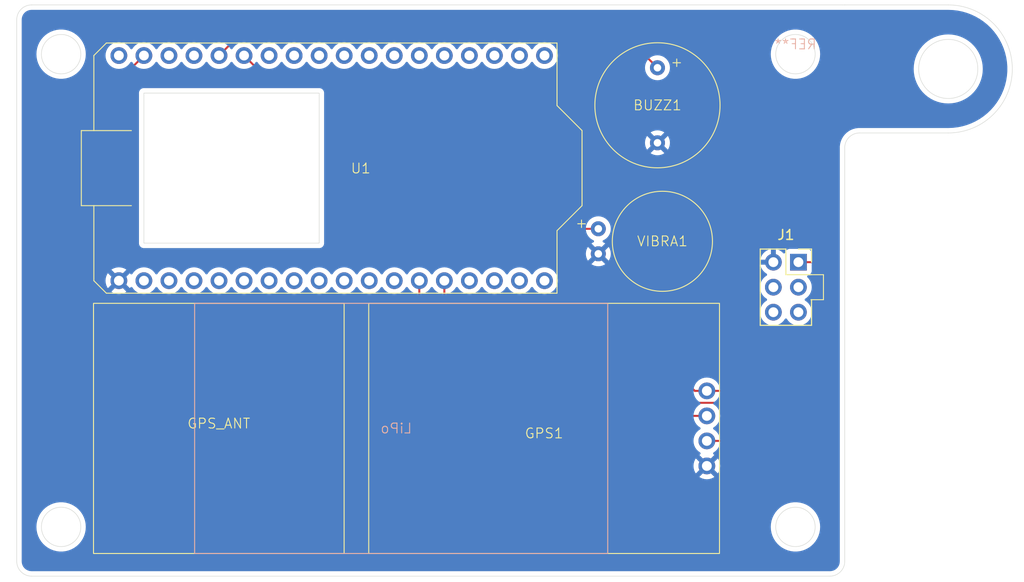
<source format=kicad_pcb>
(kicad_pcb (version 20240108) (generator "pcbnew") (generator_version "8.0")
  (layers (0 "F.Cu" signal) (31 "B.Cu" signal) (34 "B.Paste" user) (35 "F.Paste" user) (36 "B.SilkS" user "B.Silkscreen") (37 "F.SilkS" user "F.Silkscreen") (38 "B.Mask" user) (39 "F.Mask" user) (44 "Edge.Cuts" user))
  (net 0 "")
  (net 1 "GND")
  (net 2 "Net-(BUZZ1-POS)")
  (net 3 "3V3")
  (net 4 "Net-(GPS1-RX)")
  (net 5 "Net-(GPS1-TX)")
  (net 36 "Net-(U1-GPIO45)")
  (footprint "DC33_Cnet_Badge_Main:DC33_Cnet_Badge_Vibra" (layer "F.Cu") (at 179 75.5)
    (property "Reference" "VIBRA1" (at 0 0 0) (layer "F.SilkS") (effects (font (thickness 0.1))))
    (property "Value" "~" (hide yes))
    (fp_circle (center 0 0) (end 5.08 0) (stroke (width 0.1)) (fill none) (layer "F.SilkS"))
    (fp_text user "+" (at -8.89 -1.27 0) (layer "F.SilkS") (effects (font (thickness 0.1)) (justify left bottom)))
    (pad "1" thru_hole circle (at -6.5 -1.27) (size 1.524 1.524) (drill 0.762) (layers "*.Cu" "*.Mask") (net 36 "Net-(U1-GPIO45)"))
    (pad "2" thru_hole circle (at -6.5 1.27) (size 1.524 1.524) (drill 0.762) (layers "*.Cu" "*.Mask") (net 1 "GND"))
  )
  (footprint "DC33_Cnet_Badge_Main:DC33_Cnet_Badge_SAO_Socket" (layer "F.Cu") (at 192.8 77.62)
    (property "Reference" "J1" (at -1.27 -2.77 0) (layer "F.SilkS"))
    (property "Value" "DC33_Cnet_Badge_SAO_Socket" (hide yes))
    (fp_line (start -3.87 -1.33) (end -3.87 6.41) (stroke (width 0.12)) (layer "F.SilkS"))
    (fp_line (start -3.87 -1.33) (end -1.27 -1.33) (stroke (width 0.12)) (layer "F.SilkS"))
    (fp_line (start -3.87 6.41) (end 1.33 6.41) (stroke (width 0.12)) (layer "F.SilkS"))
    (fp_line (start -1.27 -1.33) (end -1.27 1.27) (stroke (width 0.12)) (layer "F.SilkS"))
    (fp_line (start -1.27 1.27) (end 1.33 1.27) (stroke (width 0.12)) (layer "F.SilkS"))
    (fp_line (start 0 -1.33) (end 1.33 -1.33) (stroke (width 0.12)) (layer "F.SilkS"))
    (fp_line (start 1.33 -1.33) (end 1.33 0) (stroke (width 0.12)) (layer "F.SilkS"))
    (fp_line (start 1.33 1.27) (end 2.54 1.27) (stroke (width 0.1)) (layer "F.SilkS"))
    (fp_line (start 1.33 3.81) (end 1.33 6.41) (stroke (width 0.12)) (layer "F.SilkS"))
    (fp_line (start 2.54 1.27) (end 2.54 3.81) (stroke (width 0.1)) (layer "F.SilkS"))
    (fp_line (start 2.54 3.81) (end 1.27 3.81) (stroke (width 0.1)) (layer "F.SilkS"))
    (pad "1" thru_hole rect (at 0 0) (size 1.7 1.7) (drill 1) (layers "*.Cu" "*.Mask") (net 3 "3V3"))
    (pad "2" thru_hole oval (at -2.54 0) (size 1.7 1.7) (drill 1) (layers "*.Cu" "*.Mask") (net 1 "GND"))
    (pad "3" thru_hole oval (at 0 2.54) (size 1.7 1.7) (drill 1) (layers "*.Cu" "*.Mask"))
    (pad "4" thru_hole oval (at -2.54 2.54) (size 1.7 1.7) (drill 1) (layers "*.Cu" "*.Mask"))
    (pad "5" thru_hole oval (at 0 5.08) (size 1.7 1.7) (drill 1) (layers "*.Cu" "*.Mask"))
    (pad "6" thru_hole oval (at -2.54 5.08) (size 1.7 1.7) (drill 1) (layers "*.Cu" "*.Mask"))
  )
  (footprint "DC33_Cnet_Badge_Main:DC33_Cnet_Badge_Buzzer" (layer "F.Cu") (at 178.5 61.69)
    (property "Reference" "BUZZ1" (at 0 0 0) (layer "F.SilkS") (effects (font (thickness 0.1))))
    (property "Value" "~" (hide yes))
    (fp_circle (center 0 0) (end 6.35 0) (stroke (width 0.1)) (fill none) (layer "F.SilkS"))
    (fp_text user "+" (at 1.27 -3.81 0) (layer "F.SilkS") (effects (font (thickness 0.1)) (justify left bottom)))
    (pad "1" thru_hole circle (at 0 -3.81) (size 1.524 1.524) (drill 0.762) (layers "*.Cu" "*.Mask") (net 2 "Net-(BUZZ1-POS)"))
    (pad "2" thru_hole circle (at 0 3.81) (size 1.524 1.524) (drill 0.762) (layers "*.Cu" "*.Mask") (net 1 "GND"))
  )
  (footprint "DC33_Cnet_Badge_Main:DC33_Cnet_Badge_HiLetgo_GPS_Ant" (layer "F.Cu") (at 134 94.5)
    (property "Reference" "GPS_ANT" (at 0 -0.5 0) (layer "F.SilkS") (effects (font (thickness 0.1))))
    (property "Value" "DC33_Cnet_Badge_HiLetgo_GPS_Ant" (hide yes))
    (fp_rect (start -12.7127 -12.7) (end 12.7127 12.7) (stroke (width 0.1)) (fill none) (layer "F.SilkS"))
  )
  (footprint "DC33_Cnet_Badge_Main:DC33_Cnet_Badge_Heltec_V3_LoRa" (layer "F.Cu") (at 144.18 68.07 -90)
    (property "Reference" "U1" (at 0.03 -4.22 0) (layer "F.SilkS") (effects (font (thickness 0.1))))
    (property "Value" "~" (hide yes))
    (fp_line (start -3.81 24.13) (end -3.81 19.05) (stroke (width 0.1)) (layer "F.SilkS"))
    (fp_line (start 3.81 24.13) (end -3.81 24.13) (stroke (width 0.1)) (layer "F.SilkS"))
    (fp_line (start -11.43 22.86) (end -3.81 22.86) (stroke (width 0.1)) (layer "F.SilkS"))
    (fp_line (start 11.43 22.86) (end 3.81 22.86) (stroke (width 0.1)) (layer "F.SilkS"))
    (fp_line (start -12.7 21.59) (end -11.43 22.86) (stroke (width 0.1)) (layer "F.SilkS"))
    (fp_line (start 12.7 21.59) (end 11.43 22.86) (stroke (width 0.1)) (layer "F.SilkS"))
    (fp_line (start 3.81 19.05) (end 3.81 24.13) (stroke (width 0.1)) (layer "F.SilkS"))
    (fp_line (start -12.7 -24.13) (end -12.7 21.59) (stroke (width 0.1)) (layer "F.SilkS"))
    (fp_line (start -6.35 -24.13) (end -12.7 -24.13) (stroke (width 0.1)) (layer "F.SilkS"))
    (fp_line (start -6.35 -24.13) (end -3.81 -26.67) (stroke (width 0.1)) (layer "F.SilkS"))
    (fp_line (start 6.35 -24.13) (end 12.7 -24.13) (stroke (width 0.1)) (layer "F.SilkS"))
    (fp_line (start 12.7 -24.13) (end 12.7 21.59) (stroke (width 0.1)) (layer "F.SilkS"))
    (fp_line (start -3.81 -26.67) (end 3.81 -26.67) (stroke (width 0.1)) (layer "F.SilkS"))
    (fp_line (start 3.81 -26.67) (end 6.35 -24.13) (stroke (width 0.1)) (layer "F.SilkS"))
    (fp_rect (start -7.62 0) (end 7.62 17.78) (stroke (width 0.05)) (fill none) (layer "Edge.Cuts"))
    (pad "1" thru_hole circle (at 11.43 20.32 270) (size 1.7 1.7) (drill 1) (layers "*.Cu" "*.Mask") (net 1 "GND"))
    (pad "2" thru_hole circle (at 11.43 17.78 270) (size 1.7 1.7) (drill 1) (layers "*.Cu" "*.Mask"))
    (pad "3" thru_hole circle (at 11.43 15.24 270) (size 1.7 1.7) (drill 1) (layers "*.Cu" "*.Mask"))
    (pad "4" thru_hole circle (at 11.43 12.7 270) (size 1.7 1.7) (drill 1) (layers "*.Cu" "*.Mask"))
    (pad "5" thru_hole circle (at 11.43 10.16 270) (size 1.7 1.7) (drill 1) (layers "*.Cu" "*.Mask"))
    (pad "6" thru_hole circle (at 11.43 7.62 270) (size 1.7 1.7) (drill 1) (layers "*.Cu" "*.Mask"))
    (pad "7" thru_hole circle (at 11.43 5.08 270) (size 1.7 1.7) (drill 1) (layers "*.Cu" "*.Mask"))
    (pad "8" thru_hole circle (at 11.43 2.54 270) (size 1.7 1.7) (drill 1) (layers "*.Cu" "*.Mask"))
    (pad "9" thru_hole circle (at 11.43 0 270) (size 1.7 1.7) (drill 1) (layers "*.Cu" "*.Mask"))
    (pad "10" thru_hole circle (at 11.43 -2.54 270) (size 1.7 1.7) (drill 1) (layers "*.Cu" "*.Mask"))
    (pad "11" thru_hole circle (at 11.43 -5.08 270) (size 1.7 1.7) (drill 1) (layers "*.Cu" "*.Mask"))
    (pad "12" thru_hole circle (at 11.43 -7.62 270) (size 1.7 1.7) (drill 1) (layers "*.Cu" "*.Mask"))
    (pad "13" thru_hole circle (at 11.43 -10.16 270) (size 1.7 1.7) (drill 1) (layers "*.Cu" "*.Mask") (net 4 "Net-(GPS1-RX)"))
    (pad "14" thru_hole circle (at 11.43 -12.7 270) (size 1.7 1.7) (drill 1) (layers "*.Cu" "*.Mask") (net 5 "Net-(GPS1-TX)"))
    (pad "15" thru_hole circle (at 11.43 -15.24 270) (size 1.7 1.7) (drill 1) (layers "*.Cu" "*.Mask"))
    (pad "16" thru_hole circle (at 11.43 -17.78 270) (size 1.7 1.7) (drill 1) (layers "*.Cu" "*.Mask"))
    (pad "17" thru_hole circle (at 11.43 -20.32 270) (size 1.7 1.7) (drill 1) (layers "*.Cu" "*.Mask"))
    (pad "18" thru_hole circle (at 11.43 -22.86 270) (size 1.7 1.7) (drill 1) (layers "*.Cu" "*.Mask"))
    (pad "19" thru_hole circle (at -11.43 -22.86 270) (size 1.7 1.7) (drill 1) (layers "*.Cu" "*.Mask"))
    (pad "20" thru_hole circle (at -11.43 -20.32 270) (size 1.7 1.7) (drill 1) (layers "*.Cu" "*.Mask"))
    (pad "21" thru_hole circle (at -11.43 -17.78 270) (size 1.7 1.7) (drill 1) (layers "*.Cu" "*.Mask"))
    (pad "22" thru_hole circle (at -11.43 -15.24 270) (size 1.7 1.7) (drill 1) (layers "*.Cu" "*.Mask"))
    (pad "23" thru_hole circle (at -11.43 -12.7 270) (size 1.7 1.7) (drill 1) (layers "*.Cu" "*.Mask"))
    (pad "24" thru_hole circle (at -11.43 -10.16 270) (size 1.7 1.7) (drill 1) (layers "*.Cu" "*.Mask"))
    (pad "25" thru_hole circle (at -11.43 -7.62 270) (size 1.7 1.7) (drill 1) (layers "*.Cu" "*.Mask"))
    (pad "26" thru_hole circle (at -11.43 -5.08 270) (size 1.7 1.7) (drill 1) (layers "*.Cu" "*.Mask"))
    (pad "27" thru_hole circle (at -11.43 -2.54 270) (size 1.7 1.7) (drill 1) (layers "*.Cu" "*.Mask"))
    (pad "28" thru_hole circle (at -11.43 0 270) (size 1.7 1.7) (drill 1) (layers "*.Cu" "*.Mask"))
    (pad "29" thru_hole circle (at -11.43 2.54 270) (size 1.7 1.7) (drill 1) (layers "*.Cu" "*.Mask"))
    (pad "30" thru_hole circle (at -11.43 5.08 270) (size 1.7 1.7) (drill 1) (layers "*.Cu" "*.Mask"))
    (pad "31" thru_hole circle (at -11.43 7.62 270) (size 1.7 1.7) (drill 1) (layers "*.Cu" "*.Mask") (net 36 "Net-(U1-GPIO45)"))
    (pad "32" thru_hole circle (at -11.43 10.16 270) (size 1.7 1.7) (drill 1) (layers "*.Cu" "*.Mask") (net 2 "Net-(BUZZ1-POS)"))
    (pad "33" thru_hole circle (at -11.43 12.7 270) (size 1.7 1.7) (drill 1) (layers "*.Cu" "*.Mask"))
    (pad "34" thru_hole circle (at -11.43 15.24 270) (size 1.7 1.7) (drill 1) (layers "*.Cu" "*.Mask"))
    (pad "35" thru_hole circle (at -11.43 17.78 270) (size 1.7 1.7) (drill 1) (layers "*.Cu" "*.Mask") (net 3 "3V3"))
    (pad "36" thru_hole circle (at -11.43 20.32 270) (size 1.7 1.7) (drill 1) (layers "*.Cu" "*.Mask"))
  )
  (footprint "DC33_Cnet_Badge_Main:DC33_Cnet_Badge_HiLetgo_GPS" (layer "F.Cu") (at 167 94.5 180)
    (property "Reference" "GPS1" (at 0 -0.5 0) (layer "F.SilkS") (effects (font (thickness 0.1))))
    (property "Value" "~" (hide yes))
    (fp_rect (start -17.7927 -12.7) (end 17.7927 12.7) (stroke (width 0.1)) (fill none) (layer "F.SilkS"))
    (pad "1" thru_hole circle (at -16.51 3.81 270) (size 1.7 1.7) (drill 1) (layers "*.Cu" "*.Mask") (net 3 "3V3"))
    (pad "2" thru_hole circle (at -16.51 1.27 270) (size 1.7 1.7) (drill 1) (layers "*.Cu" "*.Mask") (net 4 "Net-(GPS1-RX)"))
    (pad "3" thru_hole circle (at -16.51 -1.27 270) (size 1.7 1.7) (drill 1) (layers "*.Cu" "*.Mask") (net 5 "Net-(GPS1-TX)"))
    (pad "4" thru_hole circle (at -16.51 -3.81 270) (size 1.7 1.7) (drill 1) (layers "*.Cu" "*.Mask") (net 1 "GND"))
  )
  (footprint "DC33_Cnet_Badge_Main:DC33_Cnet_Badge_LiPo" (layer "B.Cu") (at 152.5 94.5 -90)
    (property "Reference" "LiPo" (at 0 0.5 0) (layer "B.SilkS") (effects (font (thickness 0.1)) (justify mirror)))
    (property "Value" "DC33_Cnet_Badge_LiPo" (hide yes))
    (fp_rect (start 12.7 -20.955) (end -12.7 20.955) (stroke (width 0.1)) (fill none) (layer "B.SilkS"))
  )
  (footprint "DC33_Cnet_Badge_Main:DC33_Cnet_Badge_LoRa_Antenna" (layer "B.Cu") (at 192.5 56 180)
    (property "Reference" "REF**" (at 0 0.5 0) (layer "B.SilkS") (effects (font (thickness 0.1)) (justify mirror)))
    (property "Value" "DC33_Cnet_Badge_LoRa_Antenna")
  )
  (gr_arc (start 197.5 108) (mid 197.06066 109.06066) (end 196 109.5) (stroke (width 0.05)) (layer "Edge.Cuts"))
  (gr_arc (start 197.5 66) (mid 197.93934 64.93934) (end 199 64.5) (stroke (width 0.05)) (layer "Edge.Cuts"))
  (gr_circle (center 192.5 104.5) (end 194.5 104.5) (stroke (width 0.05)) (fill none) (layer "Edge.Cuts"))
  (gr_line (start 197.5 51.5) (end 208 51.5) (stroke (width 0.05)) (layer "Edge.Cuts"))
  (gr_arc (start 208 51.5) (mid 214.5 58) (end 208 64.5) (stroke (width 0.05)) (layer "Edge.Cuts"))
  (gr_line (start 196 109.5) (end 115 109.5) (stroke (width 0.05)) (layer "Edge.Cuts"))
  (gr_arc (start 113.5 53) (mid 113.93934 51.93934) (end 115 51.5) (stroke (width 0.05)) (layer "Edge.Cuts"))
  (gr_circle (center 118 56.5) (end 120 56.5) (stroke (width 0.05)) (fill none) (layer "Edge.Cuts"))
  (gr_circle (center 118 104.5) (end 120 104.5) (stroke (width 0.05)) (fill none) (layer "Edge.Cuts"))
  (gr_line (start 113.5 108) (end 113.5 53) (stroke (width 0.05)) (layer "Edge.Cuts"))
  (gr_circle (center 208 58) (end 211 58) (stroke (width 0.05)) (fill none) (layer "Edge.Cuts"))
  (gr_line (start 115 51.5) (end 197.5 51.5) (stroke (width 0.05)) (layer "Edge.Cuts"))
  (gr_circle (center 192.5 56.5) (end 194.5 56.5) (stroke (width 0.05)) (fill none) (layer "Edge.Cuts"))
  (gr_arc (start 115 109.5) (mid 113.93934 109.06066) (end 113.5 108) (stroke (width 0.05)) (layer "Edge.Cuts"))
  (gr_line (start 197.5 66) (end 197.5 108) (stroke (width 0.05)) (layer "Edge.Cuts"))
  (gr_line (start 199 64.5) (end 208 64.5) (stroke (width 0.05)) (layer "Edge.Cuts"))
  (segment (start 174.82 54.2) (end 136.46 54.2) (width 0.2) (layer "F.Cu") (net 2))
  (segment (start 136.46 54.2) (end 134.02 56.64) (width 0.2) (layer "F.Cu") (net 2))
  (segment (start 178.5 57.88) (end 174.82 54.2) (width 0.2) (layer "F.Cu") (net 2))
  (segment (start 124.5 58.54) (end 124.5 76.8) (width 0.2) (layer "F.Cu") (net 3))
  (segment (start 182.29 90.69) (end 183.51 90.69) (width 0.2) (layer "F.Cu") (net 3))
  (segment (start 196.2 87.7) (end 196.2 78.2) (width 0.2) (layer "F.Cu") (net 3))
  (segment (start 170.3 78.5) (end 170.3 78.7) (width 0.2) (layer "F.Cu") (net 3))
  (segment (start 196.2 78.2) (end 195.6 77.6) (width 0.2) (layer "F.Cu") (net 3))
  (segment (start 195.6 77.6) (end 195.58 77.62) (width 0.2) (layer "F.Cu") (net 3))
  (segment (start 193.21 90.69) (end 196.2 87.7) (width 0.2) (layer "F.Cu") (net 3))
  (segment (start 126.4 56.64) (end 124.5 58.54) (width 0.2) (layer "F.Cu") (net 3))
  (segment (start 124.5 76.8) (end 125.2 77.5) (width 0.2) (layer "F.Cu") (net 3))
  (segment (start 183.51 90.69) (end 193.21 90.69) (width 0.2) (layer "F.Cu") (net 3))
  (segment (start 169.3 77.5) (end 170.3 78.5) (width 0.2) (layer "F.Cu") (net 3))
  (segment (start 170.3 78.7) (end 182.29 90.69) (width 0.2) (layer "F.Cu") (net 3))
  (segment (start 125.2 77.5) (end 169.3 77.5) (width 0.2) (layer "F.Cu") (net 3))
  (segment (start 195.58 77.62) (end 192.8 77.62) (width 0.2) (layer "F.Cu") (net 3))
  (segment (start 154.34 82.64) (end 154.34 79.5) (width 0.2) (layer "F.Cu") (net 4))
  (segment (start 164.93 93.23) (end 154.34 82.64) (width 0.2) (layer "F.Cu") (net 4))
  (segment (start 183.51 93.23) (end 164.93 93.23) (width 0.2) (layer "F.Cu") (net 4))
  (segment (start 166.3 91.9) (end 156.88 82.48) (width 0.2) (layer "F.Cu") (net 5))
  (segment (start 156.88 82.48) (end 156.88 79.5) (width 0.2) (layer "F.Cu") (net 5))
  (segment (start 187.2 92.8) (end 186.3 91.9) (width 0.2) (layer "F.Cu") (net 5))
  (segment (start 183.51 95.77) (end 186.33 95.77) (width 0.2) (layer "F.Cu") (net 5))
  (segment (start 186.3 91.9) (end 166.3 91.9) (width 0.2) (layer "F.Cu") (net 5))
  (segment (start 186.33 95.77) (end 187.2 94.9) (width 0.2) (layer "F.Cu") (net 5))
  (segment (start 187.2 94.9) (end 187.2 92.8) (width 0.2) (layer "F.Cu") (net 5))
  (segment (start 172.5 74.23) (end 159.53 74.23) (width 0.2) (layer "F.Cu") (net 36))
  (segment (start 151.4 58.6) (end 138.52 58.6) (width 0.2) (layer "F.Cu") (net 36))
  (segment (start 152.5 59.7) (end 151.4 58.6) (width 0.2) (layer "F.Cu") (net 36))
  (segment (start 152.5 67.2) (end 152.5 59.7) (width 0.2) (layer "F.Cu") (net 36))
  (segment (start 159.53 74.23) (end 152.5 67.2) (width 0.2) (layer "F.Cu") (net 36))
  (segment (start 138.52 58.6) (end 136.56 56.64) (width 0.2) (layer "F.Cu") (net 36))
  (zone (net 1) (net_name "GND") (layer "B.Cu") (connect_pads (clearance 0.5)) (min_thickness 0.25) (fill yes (thermal_gap 0.5) (thermal_bridge_width 0.5))
    (polygon (pts (xy 112.7 51) (xy 215.6 51) (xy 215.7 110.1) (xy 111.8 110.1)))
  )
)
</source>
